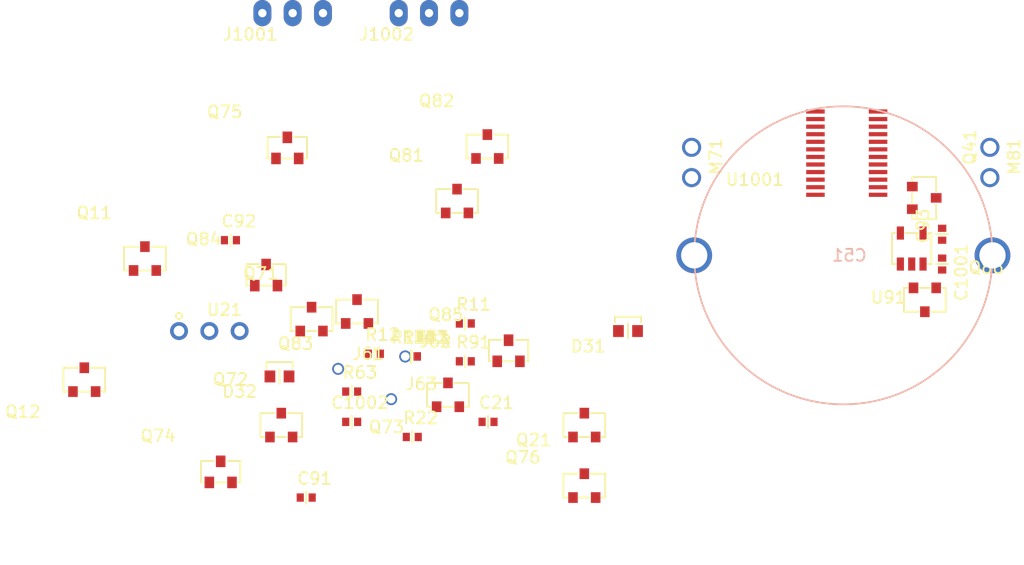
<source format=kicad_pcb>
(kicad_pcb (version 4) (host pcbnew 4.0.7-e2-6376~58~ubuntu16.04.1)

  (general
    (links 112)
    (no_connects 104)
    (area 0 0 0 0)
    (thickness 1.6)
    (drawings 0)
    (tracks 0)
    (zones 0)
    (modules 66)
    (nets 61)
  )

  (page A4)
  (layers
    (0 F.Cu signal)
    (31 B.Cu signal)
    (32 B.Adhes user)
    (33 F.Adhes user)
    (34 B.Paste user)
    (35 F.Paste user)
    (36 B.SilkS user)
    (37 F.SilkS user)
    (38 B.Mask user)
    (39 F.Mask user)
    (40 Dwgs.User user)
    (41 Cmts.User user)
    (42 Eco1.User user)
    (43 Eco2.User user)
    (44 Edge.Cuts user)
    (45 Margin user)
    (46 B.CrtYd user)
    (47 F.CrtYd user)
    (48 B.Fab user)
    (49 F.Fab user)
  )

  (setup
    (last_trace_width 0.25)
    (trace_clearance 0.2)
    (zone_clearance 0.508)
    (zone_45_only no)
    (trace_min 0.2)
    (segment_width 0.2)
    (edge_width 0.15)
    (via_size 0.6)
    (via_drill 0.4)
    (via_min_size 0.4)
    (via_min_drill 0.3)
    (uvia_size 0.3)
    (uvia_drill 0.1)
    (uvias_allowed no)
    (uvia_min_size 0.2)
    (uvia_min_drill 0.1)
    (pcb_text_width 0.3)
    (pcb_text_size 1.5 1.5)
    (mod_edge_width 0.15)
    (mod_text_size 1 1)
    (mod_text_width 0.15)
    (pad_size 1.524 1.524)
    (pad_drill 0.762)
    (pad_to_mask_clearance 0.2)
    (aux_axis_origin 0 0)
    (visible_elements FFFFFF1F)
    (pcbplotparams
      (layerselection 0x00030_80000001)
      (usegerberextensions false)
      (excludeedgelayer true)
      (linewidth 0.100000)
      (plotframeref false)
      (viasonmask false)
      (mode 1)
      (useauxorigin false)
      (hpglpennumber 1)
      (hpglpenspeed 20)
      (hpglpendiameter 15)
      (hpglpenoverlay 2)
      (psnegative false)
      (psa4output false)
      (plotreference true)
      (plotvalue true)
      (plotinvisibletext false)
      (padsonsilk false)
      (subtractmaskfromsilk false)
      (outputformat 1)
      (mirror false)
      (drillshape 1)
      (scaleselection 1)
      (outputdirectory ""))
  )

  (net 0 "")
  (net 1 "Net-(C21-Pad2)")
  (net 2 GND)
  (net 3 "Net-(C51-Pad2)")
  (net 4 "Net-(C91-Pad2)")
  (net 5 "Net-(C92-Pad2)")
  (net 6 "Net-(C93-Pad2)")
  (net 7 "Net-(C1001-Pad2)")
  (net 8 LEDR)
  (net 9 "Net-(D31-Pad1)")
  (net 10 LEDG)
  (net 11 "Net-(D32-Pad1)")
  (net 12 "Net-(J61-Pad1)")
  (net 13 "Net-(J1001-Pad3)")
  (net 14 "Net-(J1001-Pad2)")
  (net 15 MCU_TX)
  (net 16 IR)
  (net 17 "Net-(M71-Pad2)")
  (net 18 "Net-(M71-Pad1)")
  (net 19 "Net-(M81-Pad2)")
  (net 20 "Net-(M81-Pad1)")
  (net 21 "Net-(Q11-Pad3)")
  (net 22 "Net-(Q11-Pad1)")
  (net 23 "Net-(Q11-Pad2)")
  (net 24 "Net-(Q12-Pad1)")
  (net 25 "Net-(Q21-Pad3)")
  (net 26 nPWR_IR)
  (net 27 "Net-(Q21-Pad2)")
  (net 28 "Net-(Q41-Pad3)")
  (net 29 nPWR_ID)
  (net 30 "Net-(Q41-Pad2)")
  (net 31 "Net-(Q71-Pad1)")
  (net 32 "Net-(Q71-Pad2)")
  (net 33 "Net-(Q72-Pad1)")
  (net 34 "Net-(Q73-Pad1)")
  (net 35 LM_FWD)
  (net 36 LM_RVR)
  (net 37 "Net-(Q76-Pad1)")
  (net 38 "Net-(Q81-Pad1)")
  (net 39 "Net-(Q81-Pad2)")
  (net 40 "Net-(Q82-Pad1)")
  (net 41 "Net-(Q83-Pad1)")
  (net 42 RM_RVR)
  (net 43 RM_FWD)
  (net 44 "Net-(Q86-Pad1)")
  (net 45 BM)
  (net 46 PWR_BM)
  (net 47 "Net-(R22-Pad1)")
  (net 48 ID0)
  (net 49 ID1)
  (net 50 CHG)
  (net 51 "Net-(R63-Pad1)")
  (net 52 "Net-(R91-Pad2)")
  (net 53 "Net-(R92-Pad2)")
  (net 54 "Net-(R1001-Pad2)")
  (net 55 "Net-(R1001-Pad1)")
  (net 56 "Net-(R1003-Pad2)")
  (net 57 "Net-(U1001-Pad4)")
  (net 58 "Net-(U1001-Pad13)")
  (net 59 "Net-(U1001-Pad24)")
  (net 60 "Net-(U1001-Pad1)")

  (net_class Default "This is the default net class."
    (clearance 0.2)
    (trace_width 0.25)
    (via_dia 0.6)
    (via_drill 0.4)
    (uvia_dia 0.3)
    (uvia_drill 0.1)
    (add_net BM)
    (add_net CHG)
    (add_net GND)
    (add_net ID0)
    (add_net ID1)
    (add_net IR)
    (add_net LEDG)
    (add_net LEDR)
    (add_net LM_FWD)
    (add_net LM_RVR)
    (add_net MCU_TX)
    (add_net "Net-(C1001-Pad2)")
    (add_net "Net-(C21-Pad2)")
    (add_net "Net-(C51-Pad2)")
    (add_net "Net-(C91-Pad2)")
    (add_net "Net-(C92-Pad2)")
    (add_net "Net-(C93-Pad2)")
    (add_net "Net-(D31-Pad1)")
    (add_net "Net-(D32-Pad1)")
    (add_net "Net-(J1001-Pad2)")
    (add_net "Net-(J1001-Pad3)")
    (add_net "Net-(J61-Pad1)")
    (add_net "Net-(M71-Pad1)")
    (add_net "Net-(M71-Pad2)")
    (add_net "Net-(M81-Pad1)")
    (add_net "Net-(M81-Pad2)")
    (add_net "Net-(Q11-Pad1)")
    (add_net "Net-(Q11-Pad2)")
    (add_net "Net-(Q11-Pad3)")
    (add_net "Net-(Q12-Pad1)")
    (add_net "Net-(Q21-Pad2)")
    (add_net "Net-(Q21-Pad3)")
    (add_net "Net-(Q41-Pad2)")
    (add_net "Net-(Q41-Pad3)")
    (add_net "Net-(Q71-Pad1)")
    (add_net "Net-(Q71-Pad2)")
    (add_net "Net-(Q72-Pad1)")
    (add_net "Net-(Q73-Pad1)")
    (add_net "Net-(Q76-Pad1)")
    (add_net "Net-(Q81-Pad1)")
    (add_net "Net-(Q81-Pad2)")
    (add_net "Net-(Q82-Pad1)")
    (add_net "Net-(Q83-Pad1)")
    (add_net "Net-(Q86-Pad1)")
    (add_net "Net-(R1001-Pad1)")
    (add_net "Net-(R1001-Pad2)")
    (add_net "Net-(R1003-Pad2)")
    (add_net "Net-(R22-Pad1)")
    (add_net "Net-(R63-Pad1)")
    (add_net "Net-(R91-Pad2)")
    (add_net "Net-(R92-Pad2)")
    (add_net "Net-(U1001-Pad1)")
    (add_net "Net-(U1001-Pad13)")
    (add_net "Net-(U1001-Pad24)")
    (add_net "Net-(U1001-Pad4)")
    (add_net PWR_BM)
    (add_net RM_FWD)
    (add_net RM_RVR)
    (add_net nPWR_ID)
    (add_net nPWR_IR)
  )

  (module circus_agent:0402 (layer F.Cu) (tedit 5B4A2969) (tstamp 5B4A4D9B)
    (at 154.94 110.49)
    (path /5B32A540)
    (fp_text reference C21 (at 1.2 -1.6) (layer F.SilkS)
      (effects (font (size 1 1) (thickness 0.15)))
    )
    (fp_text value "220nF, 6.3V" (at 0.8 1.6) (layer F.Fab)
      (effects (font (size 1 1) (thickness 0.15)))
    )
    (fp_line (start 0.5 -0.5) (end 0.5 0.5) (layer F.SilkS) (width 0.15))
    (pad 2 smd rect (at 1 0) (size 0.6 0.7) (layers F.Cu F.Paste F.Mask)
      (net 1 "Net-(C21-Pad2)"))
    (pad 1 smd rect (at 0 0) (size 0.6 0.7) (layers F.Cu F.Paste F.Mask)
      (net 2 GND))
  )

  (module circus_agent:SuperCap (layer B.Cu) (tedit 5B4A4AB6) (tstamp 5B4A4DA1)
    (at 172.72 96.52)
    (path /5B3EB621)
    (fp_text reference C51 (at 13 0) (layer B.SilkS)
      (effects (font (size 1 1) (thickness 0.15)) (justify mirror))
    )
    (fp_text value "4F, 5.5V" (at 12.5 -1.5) (layer B.Fab)
      (effects (font (size 1 1) (thickness 0.15)) (justify mirror))
    )
    (fp_circle (center 12.5 0) (end 0 0) (layer B.SilkS) (width 0.15))
    (pad 2 thru_hole circle (at 25 0) (size 3 3) (drill 2.2) (layers *.Cu *.Mask)
      (net 3 "Net-(C51-Pad2)"))
    (pad 1 thru_hole circle (at 0 0) (size 3 3) (drill 2.2) (layers *.Cu *.Mask)
      (net 2 GND))
  )

  (module circus_agent:0402 (layer F.Cu) (tedit 5B4A2969) (tstamp 5B4A4DA7)
    (at 139.7 116.84)
    (path /5B37C4FB)
    (fp_text reference C91 (at 1.2 -1.6) (layer F.SilkS)
      (effects (font (size 1 1) (thickness 0.15)))
    )
    (fp_text value "1uF, 6.3V" (at 0.8 1.6) (layer F.Fab)
      (effects (font (size 1 1) (thickness 0.15)))
    )
    (fp_line (start 0.5 -0.5) (end 0.5 0.5) (layer F.SilkS) (width 0.15))
    (pad 2 smd rect (at 1 0) (size 0.6 0.7) (layers F.Cu F.Paste F.Mask)
      (net 4 "Net-(C91-Pad2)"))
    (pad 1 smd rect (at 0 0) (size 0.6 0.7) (layers F.Cu F.Paste F.Mask)
      (net 2 GND))
  )

  (module circus_agent:0402 (layer F.Cu) (tedit 5B4A2969) (tstamp 5B4A4DAD)
    (at 133.35 95.25)
    (path /5B37A340)
    (fp_text reference C92 (at 1.2 -1.6) (layer F.SilkS)
      (effects (font (size 1 1) (thickness 0.15)))
    )
    (fp_text value "1uF, 6.3V" (at 0.8 1.6) (layer F.Fab)
      (effects (font (size 1 1) (thickness 0.15)))
    )
    (fp_line (start 0.5 -0.5) (end 0.5 0.5) (layer F.SilkS) (width 0.15))
    (pad 2 smd rect (at 1 0) (size 0.6 0.7) (layers F.Cu F.Paste F.Mask)
      (net 5 "Net-(C92-Pad2)"))
    (pad 1 smd rect (at 0 0) (size 0.6 0.7) (layers F.Cu F.Paste F.Mask)
      (net 2 GND))
  )

  (module circus_agent:0402 (layer F.Cu) (tedit 5B4A2969) (tstamp 5B4A4DB3)
    (at 193.5 95.25 90)
    (path /5B37C6A3)
    (fp_text reference C93 (at 1.2 -1.6 90) (layer F.SilkS)
      (effects (font (size 1 1) (thickness 0.15)))
    )
    (fp_text value "100nF, 6.3V" (at 0.8 1.6 90) (layer F.Fab)
      (effects (font (size 1 1) (thickness 0.15)))
    )
    (fp_line (start 0.5 -0.5) (end 0.5 0.5) (layer F.SilkS) (width 0.15))
    (pad 2 smd rect (at 1 0 90) (size 0.6 0.7) (layers F.Cu F.Paste F.Mask)
      (net 6 "Net-(C93-Pad2)"))
    (pad 1 smd rect (at 0 0 90) (size 0.6 0.7) (layers F.Cu F.Paste F.Mask)
      (net 2 GND))
  )

  (module circus_agent:0402 (layer F.Cu) (tedit 5B4A2969) (tstamp 5B4A4DB9)
    (at 193.5 96.75 270)
    (path /5B36BF9E)
    (fp_text reference C1001 (at 1.2 -1.6 270) (layer F.SilkS)
      (effects (font (size 1 1) (thickness 0.15)))
    )
    (fp_text value "1uF, 6.3V" (at 0.8 1.6 270) (layer F.Fab)
      (effects (font (size 1 1) (thickness 0.15)))
    )
    (fp_line (start 0.5 -0.5) (end 0.5 0.5) (layer F.SilkS) (width 0.15))
    (pad 2 smd rect (at 1 0 270) (size 0.6 0.7) (layers F.Cu F.Paste F.Mask)
      (net 7 "Net-(C1001-Pad2)"))
    (pad 1 smd rect (at 0 0 270) (size 0.6 0.7) (layers F.Cu F.Paste F.Mask)
      (net 2 GND))
  )

  (module circus_agent:0402 (layer F.Cu) (tedit 5B4A2969) (tstamp 5B4A4DBF)
    (at 143.51 110.49)
    (path /5B36B62A)
    (fp_text reference C1002 (at 1.2 -1.6) (layer F.SilkS)
      (effects (font (size 1 1) (thickness 0.15)))
    )
    (fp_text value "100nF, 6.3V" (at 0.8 1.6) (layer F.Fab)
      (effects (font (size 1 1) (thickness 0.15)))
    )
    (fp_line (start 0.5 -0.5) (end 0.5 0.5) (layer F.SilkS) (width 0.15))
    (pad 2 smd rect (at 1 0) (size 0.6 0.7) (layers F.Cu F.Paste F.Mask)
      (net 7 "Net-(C1001-Pad2)"))
    (pad 1 smd rect (at 0 0) (size 0.6 0.7) (layers F.Cu F.Paste F.Mask)
      (net 2 GND))
  )

  (module circus_agent:KPA (layer F.Cu) (tedit 5B4A429A) (tstamp 5B4A4DC5)
    (at 166.37 102.87)
    (path /5B375DDB)
    (fp_text reference D31 (at -2.54 1.27) (layer F.SilkS)
      (effects (font (size 1 1) (thickness 0.15)))
    )
    (fp_text value "KPA-1606ECR(RED)" (at -2.54 -2.54) (layer F.Fab)
      (effects (font (size 1 1) (thickness 0.15)))
    )
    (fp_line (start 1.9 -1.2) (end 1.9 -0.7) (layer F.SilkS) (width 0.15))
    (fp_line (start -0.3 -1.2) (end -0.3 -0.7) (layer F.SilkS) (width 0.15))
    (fp_line (start -0.3 -1.2) (end 1.9 -1.2) (layer F.SilkS) (width 0.15))
    (fp_line (start 0.8 -0.6) (end 0.8 0.6) (layer F.SilkS) (width 0.15))
    (pad 2 smd rect (at 1.6 0) (size 0.9 1) (layers F.Cu F.Paste F.Mask)
      (net 8 LEDR))
    (pad 1 smd rect (at 0 0) (size 0.9 1) (layers F.Cu F.Paste F.Mask)
      (net 9 "Net-(D31-Pad1)"))
  )

  (module circus_agent:KPA (layer F.Cu) (tedit 5B4A429A) (tstamp 5B4A4DCB)
    (at 137.16 106.68)
    (path /5B375D12)
    (fp_text reference D32 (at -2.54 1.27) (layer F.SilkS)
      (effects (font (size 1 1) (thickness 0.15)))
    )
    (fp_text value "KPA-1606CGCK(GREEN)" (at -2.54 -2.54) (layer F.Fab)
      (effects (font (size 1 1) (thickness 0.15)))
    )
    (fp_line (start 1.9 -1.2) (end 1.9 -0.7) (layer F.SilkS) (width 0.15))
    (fp_line (start -0.3 -1.2) (end -0.3 -0.7) (layer F.SilkS) (width 0.15))
    (fp_line (start -0.3 -1.2) (end 1.9 -1.2) (layer F.SilkS) (width 0.15))
    (fp_line (start 0.8 -0.6) (end 0.8 0.6) (layer F.SilkS) (width 0.15))
    (pad 2 smd rect (at 1.6 0) (size 0.9 1) (layers F.Cu F.Paste F.Mask)
      (net 10 LEDG))
    (pad 1 smd rect (at 0 0) (size 0.9 1) (layers F.Cu F.Paste F.Mask)
      (net 11 "Net-(D32-Pad1)"))
  )

  (module circus_agent:PowerClip (layer F.Cu) (tedit 5B4A415E) (tstamp 5B4A4DD0)
    (at 142.875 106.045)
    (path /5B3D1DFA)
    (fp_text reference J61 (at 2.54 -1.27) (layer F.SilkS)
      (effects (font (size 1 1) (thickness 0.15)))
    )
    (fp_text value PowerClip (at 1.27 3.81) (layer F.Fab)
      (effects (font (size 1 1) (thickness 0.15)))
    )
    (pad 1 thru_hole circle (at 0 0) (size 1 1) (drill 0.7) (layers *.Cu *.Mask)
      (net 12 "Net-(J61-Pad1)"))
  )

  (module circus_agent:PowerClip (layer F.Cu) (tedit 5B4A415E) (tstamp 5B4A4DD5)
    (at 148.5011 105.0036)
    (path /5B3D1FBB)
    (fp_text reference J62 (at 2.54 -1.27) (layer F.SilkS)
      (effects (font (size 1 1) (thickness 0.15)))
    )
    (fp_text value PowerClip (at 1.27 3.81) (layer F.Fab)
      (effects (font (size 1 1) (thickness 0.15)))
    )
    (pad 1 thru_hole circle (at 0 0) (size 1 1) (drill 0.7) (layers *.Cu *.Mask)
      (net 12 "Net-(J61-Pad1)"))
  )

  (module circus_agent:PowerClip (layer F.Cu) (tedit 5B4A415E) (tstamp 5B4A4DDA)
    (at 147.32 108.585)
    (path /5B3D2090)
    (fp_text reference J63 (at 2.54 -1.27) (layer F.SilkS)
      (effects (font (size 1 1) (thickness 0.15)))
    )
    (fp_text value PowerClip (at 1.27 3.81) (layer F.Fab)
      (effects (font (size 1 1) (thickness 0.15)))
    )
    (pad 1 thru_hole circle (at 0 0) (size 1 1) (drill 0.7) (layers *.Cu *.Mask)
      (net 2 GND))
  )

  (module circus_agent:PowerClip (layer F.Cu) (tedit 5B4A415E) (tstamp 5B4A4DDF)
    (at 148.5011 105.0036)
    (path /5B3D25AD)
    (fp_text reference J64 (at 2.54 -1.27) (layer F.SilkS)
      (effects (font (size 1 1) (thickness 0.15)))
    )
    (fp_text value PowerClip (at 1.27 3.81) (layer F.Fab)
      (effects (font (size 1 1) (thickness 0.15)))
    )
    (pad 1 thru_hole circle (at 0 0) (size 1 1) (drill 0.7) (layers *.Cu *.Mask)
      (net 2 GND))
  )

  (module circus_agent:M20-9990345 (layer F.Cu) (tedit 5B4A2726) (tstamp 5B4A4DE6)
    (at 136.525 76.2)
    (path /5B3EDEC4)
    (fp_text reference J1001 (at -1.016 1.778) (layer F.SilkS)
      (effects (font (size 1 1) (thickness 0.15)))
    )
    (fp_text value M20-9990345 (at 1.6 3.5) (layer F.Fab)
      (effects (font (size 1 1) (thickness 0.15)))
    )
    (pad 3 thru_hole oval (at 5.08 0) (size 1.5 2.2) (drill 0.7) (layers *.Cu *.Mask)
      (net 13 "Net-(J1001-Pad3)"))
    (pad 2 thru_hole oval (at 2.54 0) (size 1.5 2.2) (drill 0.7) (layers *.Cu *.Mask)
      (net 14 "Net-(J1001-Pad2)"))
    (pad 1 thru_hole oval (at 0 0) (size 1.5 2.2) (drill 0.7) (layers *.Cu *.Mask)
      (net 2 GND))
  )

  (module circus_agent:M20-9990345 (layer F.Cu) (tedit 5B4A2726) (tstamp 5B4A4DED)
    (at 147.955 76.2)
    (path /5B3ED50E)
    (fp_text reference J1002 (at -1.016 1.778) (layer F.SilkS)
      (effects (font (size 1 1) (thickness 0.15)))
    )
    (fp_text value M20-9990345 (at 1.6 3.5) (layer F.Fab)
      (effects (font (size 1 1) (thickness 0.15)))
    )
    (pad 3 thru_hole oval (at 5.08 0) (size 1.5 2.2) (drill 0.7) (layers *.Cu *.Mask)
      (net 15 MCU_TX))
    (pad 2 thru_hole oval (at 2.54 0) (size 1.5 2.2) (drill 0.7) (layers *.Cu *.Mask)
      (net 16 IR))
    (pad 1 thru_hole oval (at 0 0) (size 1.5 2.2) (drill 0.7) (layers *.Cu *.Mask)
      (net 2 GND))
  )

  (module circus_agent:Motor (layer F.Cu) (tedit 5B4A4B54) (tstamp 5B4A4DF3)
    (at 172.5 90 90)
    (path /5B340E50)
    (fp_text reference M71 (at 1.778 2.032 90) (layer F.SilkS)
      (effects (font (size 1 1) (thickness 0.15)))
    )
    (fp_text value Motor (at 1.016 -1.778 90) (layer F.Fab)
      (effects (font (size 1 1) (thickness 0.15)))
    )
    (pad 2 thru_hole circle (at 2.54 0 90) (size 1.6 1.6) (drill 1.1) (layers *.Cu *.Mask)
      (net 17 "Net-(M71-Pad2)"))
    (pad 1 thru_hole circle (at 0 0 90) (size 1.6 1.6) (drill 1.1) (layers *.Cu *.Mask)
      (net 18 "Net-(M71-Pad1)"))
  )

  (module circus_agent:Motor (layer F.Cu) (tedit 5B4A4B54) (tstamp 5B4A4DF9)
    (at 197.5 90 90)
    (path /5B354D2F)
    (fp_text reference M81 (at 1.778 2.032 90) (layer F.SilkS)
      (effects (font (size 1 1) (thickness 0.15)))
    )
    (fp_text value Motor (at 1.016 -1.778 90) (layer F.Fab)
      (effects (font (size 1 1) (thickness 0.15)))
    )
    (pad 2 thru_hole circle (at 2.54 0 90) (size 1.6 1.6) (drill 1.1) (layers *.Cu *.Mask)
      (net 19 "Net-(M81-Pad2)"))
    (pad 1 thru_hole circle (at 0 0 90) (size 1.6 1.6) (drill 1.1) (layers *.Cu *.Mask)
      (net 20 "Net-(M81-Pad1)"))
  )

  (module circus_agent:PMV65XPEA (layer F.Cu) (tedit 5B4A1A82) (tstamp 5B4A4E00)
    (at 125.73 97.79)
    (path /5B35B5AF)
    (fp_text reference Q11 (at -3.302 -4.826) (layer F.SilkS)
      (effects (font (size 1 1) (thickness 0.15)))
    )
    (fp_text value PMV65XPEA (at 0 4.826) (layer F.Fab)
      (effects (font (size 1 1) (thickness 0.15)))
    )
    (fp_line (start 0.5 0) (end 1.4 0) (layer F.SilkS) (width 0.15))
    (fp_line (start -0.8 -2) (end 0.4 -2) (layer F.SilkS) (width 0.15))
    (fp_line (start -0.8 0) (end -0.8 -2) (layer F.SilkS) (width 0.15))
    (fp_line (start 2.7 -1.7) (end 2.7 -1.6) (layer F.SilkS) (width 0.15))
    (fp_line (start 1.5 -2) (end 2.7 -2) (layer F.SilkS) (width 0.15))
    (fp_line (start 2.7 -2) (end 2.7 -1.7) (layer F.SilkS) (width 0.15))
    (fp_line (start -0.5 0) (end -0.8 0) (layer F.SilkS) (width 0.15))
    (fp_line (start 2.7 0) (end 2.4 0) (layer F.SilkS) (width 0.15))
    (fp_line (start 2.7 0) (end 2.7 -1.6) (layer F.SilkS) (width 0.15))
    (pad 3 smd rect (at 0.95 -2) (size 0.8 0.9) (layers F.Cu F.Paste F.Mask)
      (net 21 "Net-(Q11-Pad3)"))
    (pad 1 smd rect (at 0 0) (size 0.8 0.9) (layers F.Cu F.Paste F.Mask)
      (net 22 "Net-(Q11-Pad1)"))
    (pad 2 smd rect (at 1.9 0) (size 0.8 0.9) (layers F.Cu F.Paste F.Mask)
      (net 23 "Net-(Q11-Pad2)"))
  )

  (module circus_agent:MMBT2222LT1G (layer F.Cu) (tedit 5B4A1A15) (tstamp 5B4A4E07)
    (at 120.65 107.95)
    (path /5B35B962)
    (fp_text reference Q12 (at -4.2 1.7) (layer F.SilkS)
      (effects (font (size 1 1) (thickness 0.15)))
    )
    (fp_text value MMBT2222LT1G (at -0.3 5.5) (layer F.Fab)
      (effects (font (size 1 1) (thickness 0.15)))
    )
    (fp_line (start 0.4 -2) (end -0.8 -2) (layer F.SilkS) (width 0.15))
    (fp_line (start -0.8 -2) (end -0.8 0) (layer F.SilkS) (width 0.15))
    (fp_line (start 2.7 0) (end 2.7 -2) (layer F.SilkS) (width 0.15))
    (fp_line (start 2.7 -2) (end 1.5 -2) (layer F.SilkS) (width 0.15))
    (fp_line (start -0.8 0) (end -0.5 0) (layer F.SilkS) (width 0.15))
    (fp_line (start 2.4 0) (end 2.7 0) (layer F.SilkS) (width 0.15))
    (fp_line (start 0.5 0) (end 1.4 0) (layer F.SilkS) (width 0.15))
    (pad 3 smd rect (at 0.95 -2) (size 0.8 0.9) (layers F.Cu F.Paste F.Mask)
      (net 22 "Net-(Q11-Pad1)"))
    (pad 2 smd rect (at 1.9 0) (size 0.8 0.9) (layers F.Cu F.Paste F.Mask)
      (net 2 GND))
    (pad 1 smd rect (at 0 0) (size 0.8 0.9) (layers F.Cu F.Paste F.Mask)
      (net 24 "Net-(Q12-Pad1)"))
  )

  (module circus_agent:PMV65XPEA (layer F.Cu) (tedit 5B4A1A82) (tstamp 5B4A4E0E)
    (at 162.56 116.84)
    (path /5B32B2F5)
    (fp_text reference Q21 (at -3.302 -4.826) (layer F.SilkS)
      (effects (font (size 1 1) (thickness 0.15)))
    )
    (fp_text value PMV65XPEA (at 0 4.826) (layer F.Fab)
      (effects (font (size 1 1) (thickness 0.15)))
    )
    (fp_line (start 0.5 0) (end 1.4 0) (layer F.SilkS) (width 0.15))
    (fp_line (start -0.8 -2) (end 0.4 -2) (layer F.SilkS) (width 0.15))
    (fp_line (start -0.8 0) (end -0.8 -2) (layer F.SilkS) (width 0.15))
    (fp_line (start 2.7 -1.7) (end 2.7 -1.6) (layer F.SilkS) (width 0.15))
    (fp_line (start 1.5 -2) (end 2.7 -2) (layer F.SilkS) (width 0.15))
    (fp_line (start 2.7 -2) (end 2.7 -1.7) (layer F.SilkS) (width 0.15))
    (fp_line (start -0.5 0) (end -0.8 0) (layer F.SilkS) (width 0.15))
    (fp_line (start 2.7 0) (end 2.4 0) (layer F.SilkS) (width 0.15))
    (fp_line (start 2.7 0) (end 2.7 -1.6) (layer F.SilkS) (width 0.15))
    (pad 3 smd rect (at 0.95 -2) (size 0.8 0.9) (layers F.Cu F.Paste F.Mask)
      (net 25 "Net-(Q21-Pad3)"))
    (pad 1 smd rect (at 0 0) (size 0.8 0.9) (layers F.Cu F.Paste F.Mask)
      (net 26 nPWR_IR))
    (pad 2 smd rect (at 1.9 0) (size 0.8 0.9) (layers F.Cu F.Paste F.Mask)
      (net 27 "Net-(Q21-Pad2)"))
  )

  (module circus_agent:PMV65XPEA (layer F.Cu) (tedit 5B4A1A82) (tstamp 5B4A4E15)
    (at 191 90.75 270)
    (path /5B358429)
    (fp_text reference Q41 (at -3.302 -4.826 270) (layer F.SilkS)
      (effects (font (size 1 1) (thickness 0.15)))
    )
    (fp_text value PMV65XPEA (at 0 4.826 270) (layer F.Fab)
      (effects (font (size 1 1) (thickness 0.15)))
    )
    (fp_line (start 0.5 0) (end 1.4 0) (layer F.SilkS) (width 0.15))
    (fp_line (start -0.8 -2) (end 0.4 -2) (layer F.SilkS) (width 0.15))
    (fp_line (start -0.8 0) (end -0.8 -2) (layer F.SilkS) (width 0.15))
    (fp_line (start 2.7 -1.7) (end 2.7 -1.6) (layer F.SilkS) (width 0.15))
    (fp_line (start 1.5 -2) (end 2.7 -2) (layer F.SilkS) (width 0.15))
    (fp_line (start 2.7 -2) (end 2.7 -1.7) (layer F.SilkS) (width 0.15))
    (fp_line (start -0.5 0) (end -0.8 0) (layer F.SilkS) (width 0.15))
    (fp_line (start 2.7 0) (end 2.4 0) (layer F.SilkS) (width 0.15))
    (fp_line (start 2.7 0) (end 2.7 -1.6) (layer F.SilkS) (width 0.15))
    (pad 3 smd rect (at 0.95 -2 270) (size 0.8 0.9) (layers F.Cu F.Paste F.Mask)
      (net 28 "Net-(Q41-Pad3)"))
    (pad 1 smd rect (at 0 0 270) (size 0.8 0.9) (layers F.Cu F.Paste F.Mask)
      (net 29 nPWR_ID))
    (pad 2 smd rect (at 1.9 0 270) (size 0.8 0.9) (layers F.Cu F.Paste F.Mask)
      (net 30 "Net-(Q41-Pad2)"))
  )

  (module circus_agent:PMV65XPEA (layer F.Cu) (tedit 5B4A1A82) (tstamp 5B4A4E1C)
    (at 139.7 102.87)
    (path /5B33C47C)
    (fp_text reference Q71 (at -3.302 -4.826) (layer F.SilkS)
      (effects (font (size 1 1) (thickness 0.15)))
    )
    (fp_text value PMV65XPEA (at 0 4.826) (layer F.Fab)
      (effects (font (size 1 1) (thickness 0.15)))
    )
    (fp_line (start 0.5 0) (end 1.4 0) (layer F.SilkS) (width 0.15))
    (fp_line (start -0.8 -2) (end 0.4 -2) (layer F.SilkS) (width 0.15))
    (fp_line (start -0.8 0) (end -0.8 -2) (layer F.SilkS) (width 0.15))
    (fp_line (start 2.7 -1.7) (end 2.7 -1.6) (layer F.SilkS) (width 0.15))
    (fp_line (start 1.5 -2) (end 2.7 -2) (layer F.SilkS) (width 0.15))
    (fp_line (start 2.7 -2) (end 2.7 -1.7) (layer F.SilkS) (width 0.15))
    (fp_line (start -0.5 0) (end -0.8 0) (layer F.SilkS) (width 0.15))
    (fp_line (start 2.7 0) (end 2.4 0) (layer F.SilkS) (width 0.15))
    (fp_line (start 2.7 0) (end 2.7 -1.6) (layer F.SilkS) (width 0.15))
    (pad 3 smd rect (at 0.95 -2) (size 0.8 0.9) (layers F.Cu F.Paste F.Mask)
      (net 17 "Net-(M71-Pad2)"))
    (pad 1 smd rect (at 0 0) (size 0.8 0.9) (layers F.Cu F.Paste F.Mask)
      (net 31 "Net-(Q71-Pad1)"))
    (pad 2 smd rect (at 1.9 0) (size 0.8 0.9) (layers F.Cu F.Paste F.Mask)
      (net 32 "Net-(Q71-Pad2)"))
  )

  (module circus_agent:PMV65XPEA (layer F.Cu) (tedit 5B4A1A82) (tstamp 5B4A4E23)
    (at 137.16 111.76)
    (path /5B33C152)
    (fp_text reference Q72 (at -3.302 -4.826) (layer F.SilkS)
      (effects (font (size 1 1) (thickness 0.15)))
    )
    (fp_text value PMV65XPEA (at 0 4.826) (layer F.Fab)
      (effects (font (size 1 1) (thickness 0.15)))
    )
    (fp_line (start 0.5 0) (end 1.4 0) (layer F.SilkS) (width 0.15))
    (fp_line (start -0.8 -2) (end 0.4 -2) (layer F.SilkS) (width 0.15))
    (fp_line (start -0.8 0) (end -0.8 -2) (layer F.SilkS) (width 0.15))
    (fp_line (start 2.7 -1.7) (end 2.7 -1.6) (layer F.SilkS) (width 0.15))
    (fp_line (start 1.5 -2) (end 2.7 -2) (layer F.SilkS) (width 0.15))
    (fp_line (start 2.7 -2) (end 2.7 -1.7) (layer F.SilkS) (width 0.15))
    (fp_line (start -0.5 0) (end -0.8 0) (layer F.SilkS) (width 0.15))
    (fp_line (start 2.7 0) (end 2.4 0) (layer F.SilkS) (width 0.15))
    (fp_line (start 2.7 0) (end 2.7 -1.6) (layer F.SilkS) (width 0.15))
    (pad 3 smd rect (at 0.95 -2) (size 0.8 0.9) (layers F.Cu F.Paste F.Mask)
      (net 18 "Net-(M71-Pad1)"))
    (pad 1 smd rect (at 0 0) (size 0.8 0.9) (layers F.Cu F.Paste F.Mask)
      (net 33 "Net-(Q72-Pad1)"))
    (pad 2 smd rect (at 1.9 0) (size 0.8 0.9) (layers F.Cu F.Paste F.Mask)
      (net 32 "Net-(Q71-Pad2)"))
  )

  (module circus_agent:MMBT2222LT1G (layer F.Cu) (tedit 5B4A1A15) (tstamp 5B4A4E2A)
    (at 151.13 109.22)
    (path /5B34905D)
    (fp_text reference Q73 (at -4.2 1.7) (layer F.SilkS)
      (effects (font (size 1 1) (thickness 0.15)))
    )
    (fp_text value MMBT2222LT1G (at -0.3 5.5) (layer F.Fab)
      (effects (font (size 1 1) (thickness 0.15)))
    )
    (fp_line (start 0.4 -2) (end -0.8 -2) (layer F.SilkS) (width 0.15))
    (fp_line (start -0.8 -2) (end -0.8 0) (layer F.SilkS) (width 0.15))
    (fp_line (start 2.7 0) (end 2.7 -2) (layer F.SilkS) (width 0.15))
    (fp_line (start 2.7 -2) (end 1.5 -2) (layer F.SilkS) (width 0.15))
    (fp_line (start -0.8 0) (end -0.5 0) (layer F.SilkS) (width 0.15))
    (fp_line (start 2.4 0) (end 2.7 0) (layer F.SilkS) (width 0.15))
    (fp_line (start 0.5 0) (end 1.4 0) (layer F.SilkS) (width 0.15))
    (pad 3 smd rect (at 0.95 -2) (size 0.8 0.9) (layers F.Cu F.Paste F.Mask)
      (net 31 "Net-(Q71-Pad1)"))
    (pad 2 smd rect (at 1.9 0) (size 0.8 0.9) (layers F.Cu F.Paste F.Mask)
      (net 2 GND))
    (pad 1 smd rect (at 0 0) (size 0.8 0.9) (layers F.Cu F.Paste F.Mask)
      (net 34 "Net-(Q73-Pad1)"))
  )

  (module circus_agent:IRLML6244TRPBF (layer F.Cu) (tedit 5B4A4627) (tstamp 5B4A4E31)
    (at 132.08 115.57)
    (path /5B33FEEC)
    (fp_text reference Q74 (at -4.3 -3.9) (layer F.SilkS)
      (effects (font (size 1 1) (thickness 0.15)))
    )
    (fp_text value IRLML6244TRPBF (at -0.7 2.9) (layer F.Fab)
      (effects (font (size 1 1) (thickness 0.15)))
    )
    (fp_line (start -0.6 0) (end -0.5 0) (layer F.SilkS) (width 0.15))
    (fp_line (start 2.6 0) (end 2.4 0) (layer F.SilkS) (width 0.15))
    (fp_line (start -0.7 0) (end -0.6 0) (layer F.SilkS) (width 0.15))
    (fp_line (start 0.5 0) (end 1.4 0) (layer F.SilkS) (width 0.15))
    (fp_line (start 2.6 0) (end 2.6 -1.4) (layer F.SilkS) (width 0.15))
    (fp_line (start 2.6 -1.4) (end 2.6 -1.8) (layer F.SilkS) (width 0.15))
    (fp_line (start 2.6 -1.8) (end 1.5 -1.8) (layer F.SilkS) (width 0.15))
    (fp_line (start -0.7 0) (end -0.7 -1.8) (layer F.SilkS) (width 0.15))
    (fp_line (start -0.7 -1.8) (end 0.4 -1.8) (layer F.SilkS) (width 0.15))
    (pad 3 smd rect (at 0.95 -1.77) (size 0.802 0.972) (layers F.Cu F.Paste F.Mask)
      (net 17 "Net-(M71-Pad2)"))
    (pad 2 smd rect (at 1.9 0) (size 0.802 0.972) (layers F.Cu F.Paste F.Mask)
      (net 2 GND))
    (pad 1 smd rect (at 0 0) (size 0.802 0.972) (layers F.Cu F.Paste F.Mask)
      (net 35 LM_FWD))
  )

  (module circus_agent:IRLML6244TRPBF (layer F.Cu) (tedit 5B4A4627) (tstamp 5B4A4E38)
    (at 137.668 88.392)
    (path /5B33FF48)
    (fp_text reference Q75 (at -4.3 -3.9) (layer F.SilkS)
      (effects (font (size 1 1) (thickness 0.15)))
    )
    (fp_text value IRLML6244TRPBF (at -0.7 2.9) (layer F.Fab)
      (effects (font (size 1 1) (thickness 0.15)))
    )
    (fp_line (start -0.6 0) (end -0.5 0) (layer F.SilkS) (width 0.15))
    (fp_line (start 2.6 0) (end 2.4 0) (layer F.SilkS) (width 0.15))
    (fp_line (start -0.7 0) (end -0.6 0) (layer F.SilkS) (width 0.15))
    (fp_line (start 0.5 0) (end 1.4 0) (layer F.SilkS) (width 0.15))
    (fp_line (start 2.6 0) (end 2.6 -1.4) (layer F.SilkS) (width 0.15))
    (fp_line (start 2.6 -1.4) (end 2.6 -1.8) (layer F.SilkS) (width 0.15))
    (fp_line (start 2.6 -1.8) (end 1.5 -1.8) (layer F.SilkS) (width 0.15))
    (fp_line (start -0.7 0) (end -0.7 -1.8) (layer F.SilkS) (width 0.15))
    (fp_line (start -0.7 -1.8) (end 0.4 -1.8) (layer F.SilkS) (width 0.15))
    (pad 3 smd rect (at 0.95 -1.77) (size 0.802 0.972) (layers F.Cu F.Paste F.Mask)
      (net 18 "Net-(M71-Pad1)"))
    (pad 2 smd rect (at 1.9 0) (size 0.802 0.972) (layers F.Cu F.Paste F.Mask)
      (net 2 GND))
    (pad 1 smd rect (at 0 0) (size 0.802 0.972) (layers F.Cu F.Paste F.Mask)
      (net 36 LM_RVR))
  )

  (module circus_agent:MMBT2222LT1G (layer F.Cu) (tedit 5B4A1A15) (tstamp 5B4A4E3F)
    (at 162.56 111.76)
    (path /5B349737)
    (fp_text reference Q76 (at -4.2 1.7) (layer F.SilkS)
      (effects (font (size 1 1) (thickness 0.15)))
    )
    (fp_text value MMBT2222LT1G (at -0.3 5.5) (layer F.Fab)
      (effects (font (size 1 1) (thickness 0.15)))
    )
    (fp_line (start 0.4 -2) (end -0.8 -2) (layer F.SilkS) (width 0.15))
    (fp_line (start -0.8 -2) (end -0.8 0) (layer F.SilkS) (width 0.15))
    (fp_line (start 2.7 0) (end 2.7 -2) (layer F.SilkS) (width 0.15))
    (fp_line (start 2.7 -2) (end 1.5 -2) (layer F.SilkS) (width 0.15))
    (fp_line (start -0.8 0) (end -0.5 0) (layer F.SilkS) (width 0.15))
    (fp_line (start 2.4 0) (end 2.7 0) (layer F.SilkS) (width 0.15))
    (fp_line (start 0.5 0) (end 1.4 0) (layer F.SilkS) (width 0.15))
    (pad 3 smd rect (at 0.95 -2) (size 0.8 0.9) (layers F.Cu F.Paste F.Mask)
      (net 33 "Net-(Q72-Pad1)"))
    (pad 2 smd rect (at 1.9 0) (size 0.8 0.9) (layers F.Cu F.Paste F.Mask)
      (net 2 GND))
    (pad 1 smd rect (at 0 0) (size 0.8 0.9) (layers F.Cu F.Paste F.Mask)
      (net 37 "Net-(Q76-Pad1)"))
  )

  (module circus_agent:PMV65XPEA (layer F.Cu) (tedit 5B4A1A82) (tstamp 5B4A4E46)
    (at 151.892 92.964)
    (path /5B354D1D)
    (fp_text reference Q81 (at -3.302 -4.826) (layer F.SilkS)
      (effects (font (size 1 1) (thickness 0.15)))
    )
    (fp_text value PMV65XPEA (at 0 4.826) (layer F.Fab)
      (effects (font (size 1 1) (thickness 0.15)))
    )
    (fp_line (start 0.5 0) (end 1.4 0) (layer F.SilkS) (width 0.15))
    (fp_line (start -0.8 -2) (end 0.4 -2) (layer F.SilkS) (width 0.15))
    (fp_line (start -0.8 0) (end -0.8 -2) (layer F.SilkS) (width 0.15))
    (fp_line (start 2.7 -1.7) (end 2.7 -1.6) (layer F.SilkS) (width 0.15))
    (fp_line (start 1.5 -2) (end 2.7 -2) (layer F.SilkS) (width 0.15))
    (fp_line (start 2.7 -2) (end 2.7 -1.7) (layer F.SilkS) (width 0.15))
    (fp_line (start -0.5 0) (end -0.8 0) (layer F.SilkS) (width 0.15))
    (fp_line (start 2.7 0) (end 2.4 0) (layer F.SilkS) (width 0.15))
    (fp_line (start 2.7 0) (end 2.7 -1.6) (layer F.SilkS) (width 0.15))
    (pad 3 smd rect (at 0.95 -2) (size 0.8 0.9) (layers F.Cu F.Paste F.Mask)
      (net 19 "Net-(M81-Pad2)"))
    (pad 1 smd rect (at 0 0) (size 0.8 0.9) (layers F.Cu F.Paste F.Mask)
      (net 38 "Net-(Q81-Pad1)"))
    (pad 2 smd rect (at 1.9 0) (size 0.8 0.9) (layers F.Cu F.Paste F.Mask)
      (net 39 "Net-(Q81-Pad2)"))
  )

  (module circus_agent:PMV65XPEA (layer F.Cu) (tedit 5B4A1A82) (tstamp 5B4A4E4D)
    (at 154.432 88.392)
    (path /5B354D15)
    (fp_text reference Q82 (at -3.302 -4.826) (layer F.SilkS)
      (effects (font (size 1 1) (thickness 0.15)))
    )
    (fp_text value PMV65XPEA (at 0 4.826) (layer F.Fab)
      (effects (font (size 1 1) (thickness 0.15)))
    )
    (fp_line (start 0.5 0) (end 1.4 0) (layer F.SilkS) (width 0.15))
    (fp_line (start -0.8 -2) (end 0.4 -2) (layer F.SilkS) (width 0.15))
    (fp_line (start -0.8 0) (end -0.8 -2) (layer F.SilkS) (width 0.15))
    (fp_line (start 2.7 -1.7) (end 2.7 -1.6) (layer F.SilkS) (width 0.15))
    (fp_line (start 1.5 -2) (end 2.7 -2) (layer F.SilkS) (width 0.15))
    (fp_line (start 2.7 -2) (end 2.7 -1.7) (layer F.SilkS) (width 0.15))
    (fp_line (start -0.5 0) (end -0.8 0) (layer F.SilkS) (width 0.15))
    (fp_line (start 2.7 0) (end 2.4 0) (layer F.SilkS) (width 0.15))
    (fp_line (start 2.7 0) (end 2.7 -1.6) (layer F.SilkS) (width 0.15))
    (pad 3 smd rect (at 0.95 -2) (size 0.8 0.9) (layers F.Cu F.Paste F.Mask)
      (net 20 "Net-(M81-Pad1)"))
    (pad 1 smd rect (at 0 0) (size 0.8 0.9) (layers F.Cu F.Paste F.Mask)
      (net 40 "Net-(Q82-Pad1)"))
    (pad 2 smd rect (at 1.9 0) (size 0.8 0.9) (layers F.Cu F.Paste F.Mask)
      (net 39 "Net-(Q81-Pad2)"))
  )

  (module circus_agent:MMBT2222LT1G (layer F.Cu) (tedit 5B4A1A15) (tstamp 5B4A4E54)
    (at 143.51 102.235)
    (path /5B354D3B)
    (fp_text reference Q83 (at -4.2 1.7) (layer F.SilkS)
      (effects (font (size 1 1) (thickness 0.15)))
    )
    (fp_text value MMBT2222LT1G (at -0.3 5.5) (layer F.Fab)
      (effects (font (size 1 1) (thickness 0.15)))
    )
    (fp_line (start 0.4 -2) (end -0.8 -2) (layer F.SilkS) (width 0.15))
    (fp_line (start -0.8 -2) (end -0.8 0) (layer F.SilkS) (width 0.15))
    (fp_line (start 2.7 0) (end 2.7 -2) (layer F.SilkS) (width 0.15))
    (fp_line (start 2.7 -2) (end 1.5 -2) (layer F.SilkS) (width 0.15))
    (fp_line (start -0.8 0) (end -0.5 0) (layer F.SilkS) (width 0.15))
    (fp_line (start 2.4 0) (end 2.7 0) (layer F.SilkS) (width 0.15))
    (fp_line (start 0.5 0) (end 1.4 0) (layer F.SilkS) (width 0.15))
    (pad 3 smd rect (at 0.95 -2) (size 0.8 0.9) (layers F.Cu F.Paste F.Mask)
      (net 38 "Net-(Q81-Pad1)"))
    (pad 2 smd rect (at 1.9 0) (size 0.8 0.9) (layers F.Cu F.Paste F.Mask)
      (net 2 GND))
    (pad 1 smd rect (at 0 0) (size 0.8 0.9) (layers F.Cu F.Paste F.Mask)
      (net 41 "Net-(Q83-Pad1)"))
  )

  (module circus_agent:IRLML6244TRPBF (layer F.Cu) (tedit 5B4A4627) (tstamp 5B4A4E5B)
    (at 135.89 99.06)
    (path /5B354D23)
    (fp_text reference Q84 (at -4.3 -3.9) (layer F.SilkS)
      (effects (font (size 1 1) (thickness 0.15)))
    )
    (fp_text value IRLML6244TRPBF (at -0.7 2.9) (layer F.Fab)
      (effects (font (size 1 1) (thickness 0.15)))
    )
    (fp_line (start -0.6 0) (end -0.5 0) (layer F.SilkS) (width 0.15))
    (fp_line (start 2.6 0) (end 2.4 0) (layer F.SilkS) (width 0.15))
    (fp_line (start -0.7 0) (end -0.6 0) (layer F.SilkS) (width 0.15))
    (fp_line (start 0.5 0) (end 1.4 0) (layer F.SilkS) (width 0.15))
    (fp_line (start 2.6 0) (end 2.6 -1.4) (layer F.SilkS) (width 0.15))
    (fp_line (start 2.6 -1.4) (end 2.6 -1.8) (layer F.SilkS) (width 0.15))
    (fp_line (start 2.6 -1.8) (end 1.5 -1.8) (layer F.SilkS) (width 0.15))
    (fp_line (start -0.7 0) (end -0.7 -1.8) (layer F.SilkS) (width 0.15))
    (fp_line (start -0.7 -1.8) (end 0.4 -1.8) (layer F.SilkS) (width 0.15))
    (pad 3 smd rect (at 0.95 -1.77) (size 0.802 0.972) (layers F.Cu F.Paste F.Mask)
      (net 19 "Net-(M81-Pad2)"))
    (pad 2 smd rect (at 1.9 0) (size 0.802 0.972) (layers F.Cu F.Paste F.Mask)
      (net 2 GND))
    (pad 1 smd rect (at 0 0) (size 0.802 0.972) (layers F.Cu F.Paste F.Mask)
      (net 42 RM_RVR))
  )

  (module circus_agent:IRLML6244TRPBF (layer F.Cu) (tedit 5B4A4627) (tstamp 5B4A4E62)
    (at 156.21 105.41)
    (path /5B354D29)
    (fp_text reference Q85 (at -4.3 -3.9) (layer F.SilkS)
      (effects (font (size 1 1) (thickness 0.15)))
    )
    (fp_text value IRLML6244TRPBF (at -0.7 2.9) (layer F.Fab)
      (effects (font (size 1 1) (thickness 0.15)))
    )
    (fp_line (start -0.6 0) (end -0.5 0) (layer F.SilkS) (width 0.15))
    (fp_line (start 2.6 0) (end 2.4 0) (layer F.SilkS) (width 0.15))
    (fp_line (start -0.7 0) (end -0.6 0) (layer F.SilkS) (width 0.15))
    (fp_line (start 0.5 0) (end 1.4 0) (layer F.SilkS) (width 0.15))
    (fp_line (start 2.6 0) (end 2.6 -1.4) (layer F.SilkS) (width 0.15))
    (fp_line (start 2.6 -1.4) (end 2.6 -1.8) (layer F.SilkS) (width 0.15))
    (fp_line (start 2.6 -1.8) (end 1.5 -1.8) (layer F.SilkS) (width 0.15))
    (fp_line (start -0.7 0) (end -0.7 -1.8) (layer F.SilkS) (width 0.15))
    (fp_line (start -0.7 -1.8) (end 0.4 -1.8) (layer F.SilkS) (width 0.15))
    (pad 3 smd rect (at 0.95 -1.77) (size 0.802 0.972) (layers F.Cu F.Paste F.Mask)
      (net 20 "Net-(M81-Pad1)"))
    (pad 2 smd rect (at 1.9 0) (size 0.802 0.972) (layers F.Cu F.Paste F.Mask)
      (net 2 GND))
    (pad 1 smd rect (at 0 0) (size 0.802 0.972) (layers F.Cu F.Paste F.Mask)
      (net 43 RM_FWD))
  )

  (module circus_agent:MMBT2222LT1G (layer F.Cu) (tedit 5B4A1A15) (tstamp 5B4A4E69)
    (at 193 99.25 180)
    (path /5B354D51)
    (fp_text reference Q86 (at -4.2 1.7 180) (layer F.SilkS)
      (effects (font (size 1 1) (thickness 0.15)))
    )
    (fp_text value MMBT2222LT1G (at -0.3 5.5 180) (layer F.Fab)
      (effects (font (size 1 1) (thickness 0.15)))
    )
    (fp_line (start 0.4 -2) (end -0.8 -2) (layer F.SilkS) (width 0.15))
    (fp_line (start -0.8 -2) (end -0.8 0) (layer F.SilkS) (width 0.15))
    (fp_line (start 2.7 0) (end 2.7 -2) (layer F.SilkS) (width 0.15))
    (fp_line (start 2.7 -2) (end 1.5 -2) (layer F.SilkS) (width 0.15))
    (fp_line (start -0.8 0) (end -0.5 0) (layer F.SilkS) (width 0.15))
    (fp_line (start 2.4 0) (end 2.7 0) (layer F.SilkS) (width 0.15))
    (fp_line (start 0.5 0) (end 1.4 0) (layer F.SilkS) (width 0.15))
    (pad 3 smd rect (at 0.95 -2 180) (size 0.8 0.9) (layers F.Cu F.Paste F.Mask)
      (net 40 "Net-(Q82-Pad1)"))
    (pad 2 smd rect (at 1.9 0 180) (size 0.8 0.9) (layers F.Cu F.Paste F.Mask)
      (net 2 GND))
    (pad 1 smd rect (at 0 0 180) (size 0.8 0.9) (layers F.Cu F.Paste F.Mask)
      (net 44 "Net-(Q86-Pad1)"))
  )

  (module circus_agent:0402 (layer F.Cu) (tedit 5B4A2969) (tstamp 5B4A4E6F)
    (at 153.035 102.235)
    (path /5B35BDB7)
    (fp_text reference R11 (at 1.2 -1.6) (layer F.SilkS)
      (effects (font (size 1 1) (thickness 0.15)))
    )
    (fp_text value 120R (at 0.8 1.6) (layer F.Fab)
      (effects (font (size 1 1) (thickness 0.15)))
    )
    (fp_line (start 0.5 -0.5) (end 0.5 0.5) (layer F.SilkS) (width 0.15))
    (pad 2 smd rect (at 1 0) (size 0.6 0.7) (layers F.Cu F.Paste F.Mask)
      (net 21 "Net-(Q11-Pad3)"))
    (pad 1 smd rect (at 0 0) (size 0.6 0.7) (layers F.Cu F.Paste F.Mask)
      (net 45 BM))
  )

  (module circus_agent:0402 (layer F.Cu) (tedit 5B4A2969) (tstamp 5B4A4E75)
    (at 145.415 104.775)
    (path /5B35B672)
    (fp_text reference R12 (at 1.2 -1.6) (layer F.SilkS)
      (effects (font (size 1 1) (thickness 0.15)))
    )
    (fp_text value "10K, 63mW " (at 0.8 1.6) (layer F.Fab)
      (effects (font (size 1 1) (thickness 0.15)))
    )
    (fp_line (start 0.5 -0.5) (end 0.5 0.5) (layer F.SilkS) (width 0.15))
    (pad 2 smd rect (at 1 0) (size 0.6 0.7) (layers F.Cu F.Paste F.Mask)
      (net 23 "Net-(Q11-Pad2)"))
    (pad 1 smd rect (at 0 0) (size 0.6 0.7) (layers F.Cu F.Paste F.Mask)
      (net 22 "Net-(Q11-Pad1)"))
  )

  (module circus_agent:0402 (layer F.Cu) (tedit 5B4A2969) (tstamp 5B4A4E7B)
    (at 148.5011 105.0036)
    (path /5B35BE62)
    (fp_text reference R13 (at 1.2 -1.6) (layer F.SilkS)
      (effects (font (size 1 1) (thickness 0.15)))
    )
    (fp_text value 100R (at 0.8 1.6) (layer F.Fab)
      (effects (font (size 1 1) (thickness 0.15)))
    )
    (fp_line (start 0.5 -0.5) (end 0.5 0.5) (layer F.SilkS) (width 0.15))
    (pad 2 smd rect (at 1 0) (size 0.6 0.7) (layers F.Cu F.Paste F.Mask)
      (net 45 BM))
    (pad 1 smd rect (at 0 0) (size 0.6 0.7) (layers F.Cu F.Paste F.Mask)
      (net 2 GND))
  )

  (module circus_agent:0402 (layer F.Cu) (tedit 5B4A2969) (tstamp 5B4A4E81)
    (at 148.5011 105.0036)
    (path /5B35E52F)
    (fp_text reference R14 (at 1.2 -1.6) (layer F.SilkS)
      (effects (font (size 1 1) (thickness 0.15)))
    )
    (fp_text value "220K, 63mW " (at 0.8 1.6) (layer F.Fab)
      (effects (font (size 1 1) (thickness 0.15)))
    )
    (fp_line (start 0.5 -0.5) (end 0.5 0.5) (layer F.SilkS) (width 0.15))
    (pad 2 smd rect (at 1 0) (size 0.6 0.7) (layers F.Cu F.Paste F.Mask)
      (net 24 "Net-(Q12-Pad1)"))
    (pad 1 smd rect (at 0 0) (size 0.6 0.7) (layers F.Cu F.Paste F.Mask)
      (net 46 PWR_BM))
  )

  (module circus_agent:0402 (layer F.Cu) (tedit 5B4A2969) (tstamp 5B4A4E87)
    (at 148.5011 105.0036)
    (path /5B32A963)
    (fp_text reference R21 (at 1.2 -1.6) (layer F.SilkS)
      (effects (font (size 1 1) (thickness 0.15)))
    )
    (fp_text value "330R, 63mW " (at 0.8 1.6) (layer F.Fab)
      (effects (font (size 1 1) (thickness 0.15)))
    )
    (fp_line (start 0.5 -0.5) (end 0.5 0.5) (layer F.SilkS) (width 0.15))
    (pad 2 smd rect (at 1 0) (size 0.6 0.7) (layers F.Cu F.Paste F.Mask)
      (net 1 "Net-(C21-Pad2)"))
    (pad 1 smd rect (at 0 0) (size 0.6 0.7) (layers F.Cu F.Paste F.Mask)
      (net 25 "Net-(Q21-Pad3)"))
  )

  (module circus_agent:0402 (layer F.Cu) (tedit 5B4A2969) (tstamp 5B4A4E8D)
    (at 148.59 111.76)
    (path /5B3AA168)
    (fp_text reference R22 (at 1.2 -1.6) (layer F.SilkS)
      (effects (font (size 1 1) (thickness 0.15)))
    )
    (fp_text value 0R (at 0.8 1.6) (layer F.Fab)
      (effects (font (size 1 1) (thickness 0.15)))
    )
    (fp_line (start 0.5 -0.5) (end 0.5 0.5) (layer F.SilkS) (width 0.15))
    (pad 2 smd rect (at 1 0) (size 0.6 0.7) (layers F.Cu F.Paste F.Mask)
      (net 16 IR))
    (pad 1 smd rect (at 0 0) (size 0.6 0.7) (layers F.Cu F.Paste F.Mask)
      (net 47 "Net-(R22-Pad1)"))
  )

  (module circus_agent:0402 (layer F.Cu) (tedit 5B4A2969) (tstamp 5B4A4E93)
    (at 148.5011 105.0036)
    (path /5B32B5C3)
    (fp_text reference R23 (at 1.2 -1.6) (layer F.SilkS)
      (effects (font (size 1 1) (thickness 0.15)))
    )
    (fp_text value "220K, 63mW " (at 0.8 1.6) (layer F.Fab)
      (effects (font (size 1 1) (thickness 0.15)))
    )
    (fp_line (start 0.5 -0.5) (end 0.5 0.5) (layer F.SilkS) (width 0.15))
    (pad 2 smd rect (at 1 0) (size 0.6 0.7) (layers F.Cu F.Paste F.Mask)
      (net 27 "Net-(Q21-Pad2)"))
    (pad 1 smd rect (at 0 0) (size 0.6 0.7) (layers F.Cu F.Paste F.Mask)
      (net 26 nPWR_IR))
  )

  (module circus_agent:0402 (layer F.Cu) (tedit 5B4A2969) (tstamp 5B4A4E99)
    (at 148.5011 105.0036)
    (path /5B36F0CE)
    (fp_text reference R31 (at 1.2 -1.6) (layer F.SilkS)
      (effects (font (size 1 1) (thickness 0.15)))
    )
    (fp_text value 39R (at 0.8 1.6) (layer F.Fab)
      (effects (font (size 1 1) (thickness 0.15)))
    )
    (fp_line (start 0.5 -0.5) (end 0.5 0.5) (layer F.SilkS) (width 0.15))
    (pad 2 smd rect (at 1 0) (size 0.6 0.7) (layers F.Cu F.Paste F.Mask)
      (net 2 GND))
    (pad 1 smd rect (at 0 0) (size 0.6 0.7) (layers F.Cu F.Paste F.Mask)
      (net 9 "Net-(D31-Pad1)"))
  )

  (module circus_agent:0402 (layer F.Cu) (tedit 5B4A2969) (tstamp 5B4A4E9F)
    (at 148.5011 105.0036)
    (path /5B378428)
    (fp_text reference R32 (at 1.2 -1.6) (layer F.SilkS)
      (effects (font (size 1 1) (thickness 0.15)))
    )
    (fp_text value 33R (at 0.8 1.6) (layer F.Fab)
      (effects (font (size 1 1) (thickness 0.15)))
    )
    (fp_line (start 0.5 -0.5) (end 0.5 0.5) (layer F.SilkS) (width 0.15))
    (pad 2 smd rect (at 1 0) (size 0.6 0.7) (layers F.Cu F.Paste F.Mask)
      (net 2 GND))
    (pad 1 smd rect (at 0 0) (size 0.6 0.7) (layers F.Cu F.Paste F.Mask)
      (net 11 "Net-(D32-Pad1)"))
  )

  (module circus_agent:0402 (layer F.Cu) (tedit 5B4A2969) (tstamp 5B4A4EA5)
    (at 148.5011 105.0036)
    (path /5B3580BB)
    (fp_text reference R41 (at 1.2 -1.6) (layer F.SilkS)
      (effects (font (size 1 1) (thickness 0.15)))
    )
    (fp_text value DNF (at 0.8 1.6) (layer F.Fab)
      (effects (font (size 1 1) (thickness 0.15)))
    )
    (fp_line (start 0.5 -0.5) (end 0.5 0.5) (layer F.SilkS) (width 0.15))
    (pad 2 smd rect (at 1 0) (size 0.6 0.7) (layers F.Cu F.Paste F.Mask)
      (net 28 "Net-(Q41-Pad3)"))
    (pad 1 smd rect (at 0 0) (size 0.6 0.7) (layers F.Cu F.Paste F.Mask)
      (net 48 ID0))
  )

  (module circus_agent:0402 (layer F.Cu) (tedit 5B4A2969) (tstamp 5B4A4EAB)
    (at 148.5011 105.0036)
    (path /5B35814D)
    (fp_text reference R42 (at 1.2 -1.6) (layer F.SilkS)
      (effects (font (size 1 1) (thickness 0.15)))
    )
    (fp_text value 220K (at 0.8 1.6) (layer F.Fab)
      (effects (font (size 1 1) (thickness 0.15)))
    )
    (fp_line (start 0.5 -0.5) (end 0.5 0.5) (layer F.SilkS) (width 0.15))
    (pad 2 smd rect (at 1 0) (size 0.6 0.7) (layers F.Cu F.Paste F.Mask)
      (net 48 ID0))
    (pad 1 smd rect (at 0 0) (size 0.6 0.7) (layers F.Cu F.Paste F.Mask)
      (net 2 GND))
  )

  (module circus_agent:0402 (layer F.Cu) (tedit 5B4A2969) (tstamp 5B4A4EB1)
    (at 148.5011 105.0036)
    (path /5B357F92)
    (fp_text reference R43 (at 1.2 -1.6) (layer F.SilkS)
      (effects (font (size 1 1) (thickness 0.15)))
    )
    (fp_text value DNF (at 0.8 1.6) (layer F.Fab)
      (effects (font (size 1 1) (thickness 0.15)))
    )
    (fp_line (start 0.5 -0.5) (end 0.5 0.5) (layer F.SilkS) (width 0.15))
    (pad 2 smd rect (at 1 0) (size 0.6 0.7) (layers F.Cu F.Paste F.Mask)
      (net 28 "Net-(Q41-Pad3)"))
    (pad 1 smd rect (at 0 0) (size 0.6 0.7) (layers F.Cu F.Paste F.Mask)
      (net 49 ID1))
  )

  (module circus_agent:0402 (layer F.Cu) (tedit 5B4A2969) (tstamp 5B4A4EB7)
    (at 148.5011 105.0036)
    (path /5B358024)
    (fp_text reference R44 (at 1.2 -1.6) (layer F.SilkS)
      (effects (font (size 1 1) (thickness 0.15)))
    )
    (fp_text value 220K (at 0.8 1.6) (layer F.Fab)
      (effects (font (size 1 1) (thickness 0.15)))
    )
    (fp_line (start 0.5 -0.5) (end 0.5 0.5) (layer F.SilkS) (width 0.15))
    (pad 2 smd rect (at 1 0) (size 0.6 0.7) (layers F.Cu F.Paste F.Mask)
      (net 49 ID1))
    (pad 1 smd rect (at 0 0) (size 0.6 0.7) (layers F.Cu F.Paste F.Mask)
      (net 2 GND))
  )

  (module circus_agent:0402 (layer F.Cu) (tedit 5B4A2969) (tstamp 5B4A4EBD)
    (at 148.5011 105.0036)
    (path /5B358577)
    (fp_text reference R45 (at 1.2 -1.6) (layer F.SilkS)
      (effects (font (size 1 1) (thickness 0.15)))
    )
    (fp_text value 220K (at 0.8 1.6) (layer F.Fab)
      (effects (font (size 1 1) (thickness 0.15)))
    )
    (fp_line (start 0.5 -0.5) (end 0.5 0.5) (layer F.SilkS) (width 0.15))
    (pad 2 smd rect (at 1 0) (size 0.6 0.7) (layers F.Cu F.Paste F.Mask)
      (net 30 "Net-(Q41-Pad2)"))
    (pad 1 smd rect (at 0 0) (size 0.6 0.7) (layers F.Cu F.Paste F.Mask)
      (net 29 nPWR_ID))
  )

  (module circus_agent:0402 (layer F.Cu) (tedit 5B4A2969) (tstamp 5B4A4EC3)
    (at 148.5011 105.0036)
    (path /5B45B270)
    (fp_text reference R61 (at 1.2 -1.6) (layer F.SilkS)
      (effects (font (size 1 1) (thickness 0.15)))
    )
    (fp_text value DNF (at 0.8 1.6) (layer F.Fab)
      (effects (font (size 1 1) (thickness 0.15)))
    )
    (fp_line (start 0.5 -0.5) (end 0.5 0.5) (layer F.SilkS) (width 0.15))
    (pad 2 smd rect (at 1 0) (size 0.6 0.7) (layers F.Cu F.Paste F.Mask)
      (net 12 "Net-(J61-Pad1)"))
    (pad 1 smd rect (at 0 0) (size 0.6 0.7) (layers F.Cu F.Paste F.Mask)
      (net 50 CHG))
  )

  (module circus_agent:0402 (layer F.Cu) (tedit 5B4A2969) (tstamp 5B4A4EC9)
    (at 148.5011 105.0036)
    (path /5B45B494)
    (fp_text reference R62 (at 1.2 -1.6) (layer F.SilkS)
      (effects (font (size 1 1) (thickness 0.15)))
    )
    (fp_text value DNF (at 0.8 1.6) (layer F.Fab)
      (effects (font (size 1 1) (thickness 0.15)))
    )
    (fp_line (start 0.5 -0.5) (end 0.5 0.5) (layer F.SilkS) (width 0.15))
    (pad 2 smd rect (at 1 0) (size 0.6 0.7) (layers F.Cu F.Paste F.Mask)
      (net 50 CHG))
    (pad 1 smd rect (at 0 0) (size 0.6 0.7) (layers F.Cu F.Paste F.Mask)
      (net 2 GND))
  )

  (module circus_agent:0402 (layer F.Cu) (tedit 5B4A2969) (tstamp 5B4A4ECF)
    (at 143.51 107.95)
    (path /5B4A9C07)
    (fp_text reference R63 (at 1.2 -1.6) (layer F.SilkS)
      (effects (font (size 1 1) (thickness 0.15)))
    )
    (fp_text value 0R (at 0.8 1.6) (layer F.Fab)
      (effects (font (size 1 1) (thickness 0.15)))
    )
    (fp_line (start 0.5 -0.5) (end 0.5 0.5) (layer F.SilkS) (width 0.15))
    (pad 2 smd rect (at 1 0) (size 0.6 0.7) (layers F.Cu F.Paste F.Mask)
      (net 12 "Net-(J61-Pad1)"))
    (pad 1 smd rect (at 0 0) (size 0.6 0.7) (layers F.Cu F.Paste F.Mask)
      (net 51 "Net-(R63-Pad1)"))
  )

  (module circus_agent:0402 (layer F.Cu) (tedit 5B4A2969) (tstamp 5B4A4ED5)
    (at 148.5011 105.0036)
    (path /5B34927B)
    (fp_text reference R71 (at 1.2 -1.6) (layer F.SilkS)
      (effects (font (size 1 1) (thickness 0.15)))
    )
    (fp_text value "10K, 63mW " (at 0.8 1.6) (layer F.Fab)
      (effects (font (size 1 1) (thickness 0.15)))
    )
    (fp_line (start 0.5 -0.5) (end 0.5 0.5) (layer F.SilkS) (width 0.15))
    (pad 2 smd rect (at 1 0) (size 0.6 0.7) (layers F.Cu F.Paste F.Mask)
      (net 32 "Net-(Q71-Pad2)"))
    (pad 1 smd rect (at 0 0) (size 0.6 0.7) (layers F.Cu F.Paste F.Mask)
      (net 31 "Net-(Q71-Pad1)"))
  )

  (module circus_agent:0402 (layer F.Cu) (tedit 5B4A2969) (tstamp 5B4A4EDB)
    (at 148.5011 105.0036)
    (path /5B349A81)
    (fp_text reference R72 (at 1.2 -1.6) (layer F.SilkS)
      (effects (font (size 1 1) (thickness 0.15)))
    )
    (fp_text value "10K, 63mW " (at 0.8 1.6) (layer F.Fab)
      (effects (font (size 1 1) (thickness 0.15)))
    )
    (fp_line (start 0.5 -0.5) (end 0.5 0.5) (layer F.SilkS) (width 0.15))
    (pad 2 smd rect (at 1 0) (size 0.6 0.7) (layers F.Cu F.Paste F.Mask)
      (net 32 "Net-(Q71-Pad2)"))
    (pad 1 smd rect (at 0 0) (size 0.6 0.7) (layers F.Cu F.Paste F.Mask)
      (net 33 "Net-(Q72-Pad1)"))
  )

  (module circus_agent:0402 (layer F.Cu) (tedit 5B4A2969) (tstamp 5B4A4EE1)
    (at 148.5011 105.0036)
    (path /5B349557)
    (fp_text reference R73 (at 1.2 -1.6) (layer F.SilkS)
      (effects (font (size 1 1) (thickness 0.15)))
    )
    (fp_text value "220K, 63mW " (at 0.8 1.6) (layer F.Fab)
      (effects (font (size 1 1) (thickness 0.15)))
    )
    (fp_line (start 0.5 -0.5) (end 0.5 0.5) (layer F.SilkS) (width 0.15))
    (pad 2 smd rect (at 1 0) (size 0.6 0.7) (layers F.Cu F.Paste F.Mask)
      (net 36 LM_RVR))
    (pad 1 smd rect (at 0 0) (size 0.6 0.7) (layers F.Cu F.Paste F.Mask)
      (net 34 "Net-(Q73-Pad1)"))
  )

  (module circus_agent:0402 (layer F.Cu) (tedit 5B4A2969) (tstamp 5B4A4EE7)
    (at 148.5011 105.0036)
    (path /5B349ADE)
    (fp_text reference R74 (at 1.2 -1.6) (layer F.SilkS)
      (effects (font (size 1 1) (thickness 0.15)))
    )
    (fp_text value "220K, 63mW " (at 0.8 1.6) (layer F.Fab)
      (effects (font (size 1 1) (thickness 0.15)))
    )
    (fp_line (start 0.5 -0.5) (end 0.5 0.5) (layer F.SilkS) (width 0.15))
    (pad 2 smd rect (at 1 0) (size 0.6 0.7) (layers F.Cu F.Paste F.Mask)
      (net 35 LM_FWD))
    (pad 1 smd rect (at 0 0) (size 0.6 0.7) (layers F.Cu F.Paste F.Mask)
      (net 37 "Net-(Q76-Pad1)"))
  )

  (module circus_agent:0402 (layer F.Cu) (tedit 5B4A2969) (tstamp 5B4A4EED)
    (at 148.5011 105.0036)
    (path /5B354D43)
    (fp_text reference R81 (at 1.2 -1.6) (layer F.SilkS)
      (effects (font (size 1 1) (thickness 0.15)))
    )
    (fp_text value "10K, 63mW " (at 0.8 1.6) (layer F.Fab)
      (effects (font (size 1 1) (thickness 0.15)))
    )
    (fp_line (start 0.5 -0.5) (end 0.5 0.5) (layer F.SilkS) (width 0.15))
    (pad 2 smd rect (at 1 0) (size 0.6 0.7) (layers F.Cu F.Paste F.Mask)
      (net 39 "Net-(Q81-Pad2)"))
    (pad 1 smd rect (at 0 0) (size 0.6 0.7) (layers F.Cu F.Paste F.Mask)
      (net 38 "Net-(Q81-Pad1)"))
  )

  (module circus_agent:0402 (layer F.Cu) (tedit 5B4A2969) (tstamp 5B4A4EF3)
    (at 148.5011 105.0036)
    (path /5B354D66)
    (fp_text reference R82 (at 1.2 -1.6) (layer F.SilkS)
      (effects (font (size 1 1) (thickness 0.15)))
    )
    (fp_text value "10K, 63mW " (at 0.8 1.6) (layer F.Fab)
      (effects (font (size 1 1) (thickness 0.15)))
    )
    (fp_line (start 0.5 -0.5) (end 0.5 0.5) (layer F.SilkS) (width 0.15))
    (pad 2 smd rect (at 1 0) (size 0.6 0.7) (layers F.Cu F.Paste F.Mask)
      (net 39 "Net-(Q81-Pad2)"))
    (pad 1 smd rect (at 0 0) (size 0.6 0.7) (layers F.Cu F.Paste F.Mask)
      (net 40 "Net-(Q82-Pad1)"))
  )

  (module circus_agent:0402 (layer F.Cu) (tedit 5B4A2969) (tstamp 5B4A4EF9)
    (at 148.5011 105.0036)
    (path /5B354D4B)
    (fp_text reference R83 (at 1.2 -1.6) (layer F.SilkS)
      (effects (font (size 1 1) (thickness 0.15)))
    )
    (fp_text value "220K, 63mW " (at 0.8 1.6) (layer F.Fab)
      (effects (font (size 1 1) (thickness 0.15)))
    )
    (fp_line (start 0.5 -0.5) (end 0.5 0.5) (layer F.SilkS) (width 0.15))
    (pad 2 smd rect (at 1 0) (size 0.6 0.7) (layers F.Cu F.Paste F.Mask)
      (net 43 RM_FWD))
    (pad 1 smd rect (at 0 0) (size 0.6 0.7) (layers F.Cu F.Paste F.Mask)
      (net 41 "Net-(Q83-Pad1)"))
  )

  (module circus_agent:0402 (layer F.Cu) (tedit 5B4A2969) (tstamp 5B4A4EFF)
    (at 148.5011 105.0036)
    (path /5B354D6E)
    (fp_text reference R84 (at 1.2 -1.6) (layer F.SilkS)
      (effects (font (size 1 1) (thickness 0.15)))
    )
    (fp_text value "220K, 63mW " (at 0.8 1.6) (layer F.Fab)
      (effects (font (size 1 1) (thickness 0.15)))
    )
    (fp_line (start 0.5 -0.5) (end 0.5 0.5) (layer F.SilkS) (width 0.15))
    (pad 2 smd rect (at 1 0) (size 0.6 0.7) (layers F.Cu F.Paste F.Mask)
      (net 42 RM_RVR))
    (pad 1 smd rect (at 0 0) (size 0.6 0.7) (layers F.Cu F.Paste F.Mask)
      (net 44 "Net-(Q86-Pad1)"))
  )

  (module circus_agent:0402 (layer F.Cu) (tedit 5B4A2969) (tstamp 5B4A4F05)
    (at 153.035 105.41)
    (path /5B38F882)
    (fp_text reference R91 (at 1.2 -1.6) (layer F.SilkS)
      (effects (font (size 1 1) (thickness 0.15)))
    )
    (fp_text value 0R (at 0.8 1.6) (layer F.Fab)
      (effects (font (size 1 1) (thickness 0.15)))
    )
    (fp_line (start 0.5 -0.5) (end 0.5 0.5) (layer F.SilkS) (width 0.15))
    (pad 2 smd rect (at 1 0) (size 0.6 0.7) (layers F.Cu F.Paste F.Mask)
      (net 52 "Net-(R91-Pad2)"))
    (pad 1 smd rect (at 0 0) (size 0.6 0.7) (layers F.Cu F.Paste F.Mask)
      (net 4 "Net-(C91-Pad2)"))
  )

  (module circus_agent:0402 (layer F.Cu) (tedit 5B4A2969) (tstamp 5B4A4F0B)
    (at 148.5011 105.0036)
    (path /5B37AACB)
    (fp_text reference R92 (at 1.2 -1.6) (layer F.SilkS)
      (effects (font (size 1 1) (thickness 0.15)))
    )
    (fp_text value 10K (at 0.8 1.6) (layer F.Fab)
      (effects (font (size 1 1) (thickness 0.15)))
    )
    (fp_line (start 0.5 -0.5) (end 0.5 0.5) (layer F.SilkS) (width 0.15))
    (pad 2 smd rect (at 1 0) (size 0.6 0.7) (layers F.Cu F.Paste F.Mask)
      (net 53 "Net-(R92-Pad2)"))
    (pad 1 smd rect (at 0 0) (size 0.6 0.7) (layers F.Cu F.Paste F.Mask)
      (net 5 "Net-(C92-Pad2)"))
  )

  (module circus_agent:0402 (layer F.Cu) (tedit 5B4A2969) (tstamp 5B4A4F11)
    (at 148.5011 105.0036)
    (path /5B36D9FD)
    (fp_text reference R1001 (at 1.2 -1.6) (layer F.SilkS)
      (effects (font (size 1 1) (thickness 0.15)))
    )
    (fp_text value 1K (at 0.8 1.6) (layer F.Fab)
      (effects (font (size 1 1) (thickness 0.15)))
    )
    (fp_line (start 0.5 -0.5) (end 0.5 0.5) (layer F.SilkS) (width 0.15))
    (pad 2 smd rect (at 1 0) (size 0.6 0.7) (layers F.Cu F.Paste F.Mask)
      (net 54 "Net-(R1001-Pad2)"))
    (pad 1 smd rect (at 0 0) (size 0.6 0.7) (layers F.Cu F.Paste F.Mask)
      (net 55 "Net-(R1001-Pad1)"))
  )

  (module circus_agent:0402 (layer F.Cu) (tedit 5B4A2969) (tstamp 5B4A4F17)
    (at 148.5011 105.0036)
    (path /5B36DE61)
    (fp_text reference R1002 (at 1.2 -1.6) (layer F.SilkS)
      (effects (font (size 1 1) (thickness 0.15)))
    )
    (fp_text value 1K (at 0.8 1.6) (layer F.Fab)
      (effects (font (size 1 1) (thickness 0.15)))
    )
    (fp_line (start 0.5 -0.5) (end 0.5 0.5) (layer F.SilkS) (width 0.15))
    (pad 2 smd rect (at 1 0) (size 0.6 0.7) (layers F.Cu F.Paste F.Mask)
      (net 55 "Net-(R1001-Pad1)"))
    (pad 1 smd rect (at 0 0) (size 0.6 0.7) (layers F.Cu F.Paste F.Mask)
      (net 13 "Net-(J1001-Pad3)"))
  )

  (module circus_agent:0402 (layer F.Cu) (tedit 5B4A2969) (tstamp 5B4A4F1D)
    (at 148.5011 105.0036)
    (path /5B36E443)
    (fp_text reference R1003 (at 1.2 -1.6) (layer F.SilkS)
      (effects (font (size 1 1) (thickness 0.15)))
    )
    (fp_text value 1K (at 0.8 1.6) (layer F.Fab)
      (effects (font (size 1 1) (thickness 0.15)))
    )
    (fp_line (start 0.5 -0.5) (end 0.5 0.5) (layer F.SilkS) (width 0.15))
    (pad 2 smd rect (at 1 0) (size 0.6 0.7) (layers F.Cu F.Paste F.Mask)
      (net 56 "Net-(R1003-Pad2)"))
    (pad 1 smd rect (at 0 0) (size 0.6 0.7) (layers F.Cu F.Paste F.Mask)
      (net 14 "Net-(J1001-Pad2)"))
  )

  (module circus_agent:TSOP38438 (layer F.Cu) (tedit 5B4A116A) (tstamp 5B4A4F24)
    (at 129.54 102.87)
    (path /5B3EC21A)
    (fp_text reference U21 (at 3.81 -1.778) (layer F.SilkS)
      (effects (font (size 1 1) (thickness 0.15)))
    )
    (fp_text value TSOP38438 (at 2.794 2.286) (layer F.Fab)
      (effects (font (size 1 1) (thickness 0.15)))
    )
    (fp_circle (center 0 -1.27) (end 0.254 -1.27) (layer F.SilkS) (width 0.15))
    (pad 3 thru_hole circle (at 5.08 0) (size 1.5 1.5) (drill 0.9) (layers *.Cu *.Mask)
      (net 1 "Net-(C21-Pad2)"))
    (pad 2 thru_hole circle (at 2.54 0) (size 1.5 1.5) (drill 0.9) (layers *.Cu *.Mask)
      (net 2 GND))
    (pad 1 thru_hole circle (at 0 0) (size 1.5 1.5) (drill 0.9) (layers *.Cu *.Mask)
      (net 47 "Net-(R22-Pad1)"))
  )

  (module circus_agent:LP3985 (layer F.Cu) (tedit 5B4A1D4B) (tstamp 5B4A4F2D)
    (at 190 97.25)
    (path /5B379768)
    (fp_text reference U91 (at -1 2.8) (layer F.SilkS)
      (effects (font (size 1 1) (thickness 0.15)))
    )
    (fp_text value LP3985IM5-2.7/NOPB (at -0.8 -4.3) (layer F.Fab)
      (effects (font (size 1 1) (thickness 0.15)))
    )
    (fp_line (start 1.5 -2.6) (end 0.4 -2.6) (layer F.SilkS) (width 0.15))
    (fp_line (start 2.6 0) (end 2.6 -2.6) (layer F.SilkS) (width 0.15))
    (fp_line (start -0.7 -2.6) (end -0.7 0) (layer F.SilkS) (width 0.15))
    (fp_line (start -0.7 0) (end -0.4 0) (layer F.SilkS) (width 0.15))
    (fp_line (start -0.7 -2.6) (end -0.4 -2.6) (layer F.SilkS) (width 0.15))
    (fp_line (start 2.3 -2.6) (end 2.6 -2.6) (layer F.SilkS) (width 0.15))
    (fp_line (start 2.3 0) (end 2.6 0) (layer F.SilkS) (width 0.15))
    (pad 5 smd rect (at 0 -2.6) (size 0.6 1.1) (layers F.Cu F.Paste F.Mask)
      (net 4 "Net-(C91-Pad2)"))
    (pad 4 smd rect (at 1.9 -2.6) (size 0.6 1.1) (layers F.Cu F.Paste F.Mask)
      (net 6 "Net-(C93-Pad2)"))
    (pad 3 smd rect (at 1.9 0) (size 0.6 1.1) (layers F.Cu F.Paste F.Mask)
      (net 53 "Net-(R92-Pad2)"))
    (pad 2 smd rect (at 0.95 0) (size 0.6 1.1) (layers F.Cu F.Paste F.Mask)
      (net 2 GND))
    (pad 1 smd rect (at 0 0) (size 0.6 1.1) (layers F.Cu F.Paste F.Mask)
      (net 5 "Net-(C92-Pad2)"))
  )

  (module circus_agent:C8051F850-C-GU (layer F.Cu) (tedit 5B3F84B1) (tstamp 5B4A4F49)
    (at 182.88 91.44)
    (path /5B398AFF)
    (fp_text reference U1001 (at -5.08 -1.27) (layer F.SilkS)
      (effects (font (size 1 1) (thickness 0.15)))
    )
    (fp_text value C8051F850-C-GU (at -1.27 7.62) (layer F.Fab)
      (effects (font (size 1 1) (thickness 0.15)))
    )
    (pad 2 smd rect (at 0 -6.35) (size 1.55 0.35) (layers F.Cu F.Paste F.Mask)
      (net 48 ID0))
    (pad 3 smd rect (at 0 -5.715) (size 1.55 0.35) (layers F.Cu F.Paste F.Mask)
      (net 2 GND))
    (pad 4 smd rect (at 0 -5.08) (size 1.55 0.35) (layers F.Cu F.Paste F.Mask)
      (net 57 "Net-(U1001-Pad4)"))
    (pad 5 smd rect (at 0 -4.445) (size 1.55 0.35) (layers F.Cu F.Paste F.Mask)
      (net 2 GND))
    (pad 6 smd rect (at 0 -3.81) (size 1.55 0.35) (layers F.Cu F.Paste F.Mask)
      (net 7 "Net-(C1001-Pad2)"))
    (pad 7 smd rect (at 0 -3.175) (size 1.55 0.35) (layers F.Cu F.Paste F.Mask)
      (net 55 "Net-(R1001-Pad1)"))
    (pad 8 smd rect (at 0 -2.54) (size 1.55 0.35) (layers F.Cu F.Paste F.Mask)
      (net 56 "Net-(R1003-Pad2)"))
    (pad 9 smd rect (at 0 -1.905) (size 1.55 0.35) (layers F.Cu F.Paste F.Mask)
      (net 35 LM_FWD))
    (pad 10 smd rect (at 0 -1.27) (size 1.55 0.35) (layers F.Cu F.Paste F.Mask)
      (net 36 LM_RVR))
    (pad 11 smd rect (at 0 -0.635) (size 1.55 0.35) (layers F.Cu F.Paste F.Mask)
      (net 43 RM_FWD))
    (pad 12 smd rect (at 0 0) (size 1.55 0.35) (layers F.Cu F.Paste F.Mask)
      (net 42 RM_RVR))
    (pad 13 smd rect (at 5.25 0) (size 1.55 0.35) (layers F.Cu F.Paste F.Mask)
      (net 58 "Net-(U1001-Pad13)"))
    (pad 14 smd rect (at 5.25 -0.635) (size 1.55 0.35) (layers F.Cu F.Paste F.Mask)
      (net 29 nPWR_ID))
    (pad 15 smd rect (at 5.25 -1.27) (size 1.55 0.35) (layers F.Cu F.Paste F.Mask)
      (net 10 LEDG))
    (pad 16 smd rect (at 5.25 -1.905) (size 1.55 0.35) (layers F.Cu F.Paste F.Mask)
      (net 8 LEDR))
    (pad 17 smd rect (at 5.25 -2.54) (size 1.55 0.35) (layers F.Cu F.Paste F.Mask)
      (net 46 PWR_BM))
    (pad 18 smd rect (at 5.25 -3.175) (size 1.55 0.35) (layers F.Cu F.Paste F.Mask)
      (net 45 BM))
    (pad 19 smd rect (at 5.25 -3.81) (size 1.55 0.35) (layers F.Cu F.Paste F.Mask)
      (net 26 nPWR_IR))
    (pad 20 smd rect (at 5.25 -4.445) (size 1.55 0.35) (layers F.Cu F.Paste F.Mask)
      (net 50 CHG))
    (pad 21 smd rect (at 5.25 -5.08) (size 1.55 0.35) (layers F.Cu F.Paste F.Mask)
      (net 16 IR))
    (pad 22 smd rect (at 5.25 -5.715) (size 1.55 0.35) (layers F.Cu F.Paste F.Mask)
      (net 15 MCU_TX))
    (pad 23 smd rect (at 5.25 -6.35) (size 1.55 0.35) (layers F.Cu F.Paste F.Mask)
      (net 49 ID1))
    (pad 24 smd rect (at 5.25 -6.985) (size 1.55 0.35) (layers F.Cu F.Paste F.Mask)
      (net 59 "Net-(U1001-Pad24)"))
    (pad 1 smd rect (at 0 -6.985) (size 1.55 0.35) (layers F.Cu F.Paste F.Mask)
      (net 60 "Net-(U1001-Pad1)"))
  )

)

</source>
